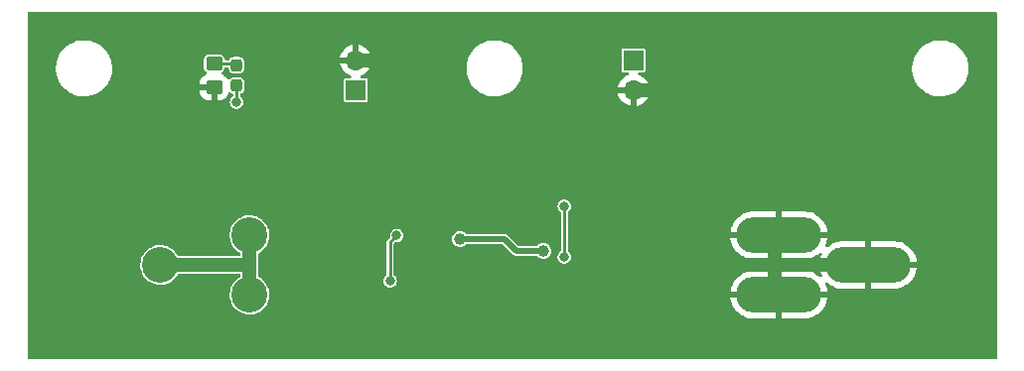
<source format=gbr>
%TF.GenerationSoftware,KiCad,Pcbnew,(6.0.9)*%
%TF.CreationDate,2023-07-03T10:30:08+02:00*%
%TF.ProjectId,ModuleBattery18650,4d6f6475-6c65-4426-9174-746572793138,rev?*%
%TF.SameCoordinates,Original*%
%TF.FileFunction,Copper,L2,Bot*%
%TF.FilePolarity,Positive*%
%FSLAX46Y46*%
G04 Gerber Fmt 4.6, Leading zero omitted, Abs format (unit mm)*
G04 Created by KiCad (PCBNEW (6.0.9)) date 2023-07-03 10:30:08*
%MOMM*%
%LPD*%
G01*
G04 APERTURE LIST*
G04 Aperture macros list*
%AMRoundRect*
0 Rectangle with rounded corners*
0 $1 Rounding radius*
0 $2 $3 $4 $5 $6 $7 $8 $9 X,Y pos of 4 corners*
0 Add a 4 corners polygon primitive as box body*
4,1,4,$2,$3,$4,$5,$6,$7,$8,$9,$2,$3,0*
0 Add four circle primitives for the rounded corners*
1,1,$1+$1,$2,$3*
1,1,$1+$1,$4,$5*
1,1,$1+$1,$6,$7*
1,1,$1+$1,$8,$9*
0 Add four rect primitives between the rounded corners*
20,1,$1+$1,$2,$3,$4,$5,0*
20,1,$1+$1,$4,$5,$6,$7,0*
20,1,$1+$1,$6,$7,$8,$9,0*
20,1,$1+$1,$8,$9,$2,$3,0*%
G04 Aperture macros list end*
%TA.AperFunction,ComponentPad*%
%ADD10R,1.700000X1.700000*%
%TD*%
%TA.AperFunction,ComponentPad*%
%ADD11O,1.700000X1.700000*%
%TD*%
%TA.AperFunction,SMDPad,CuDef*%
%ADD12RoundRect,0.250000X-0.450000X0.350000X-0.450000X-0.350000X0.450000X-0.350000X0.450000X0.350000X0*%
%TD*%
%TA.AperFunction,SMDPad,CuDef*%
%ADD13RoundRect,0.237500X0.237500X-0.287500X0.237500X0.287500X-0.237500X0.287500X-0.237500X-0.287500X0*%
%TD*%
%TA.AperFunction,ComponentPad*%
%ADD14C,3.048000*%
%TD*%
%TA.AperFunction,ComponentPad*%
%ADD15O,7.286000X3.048000*%
%TD*%
%TA.AperFunction,ViaPad*%
%ADD16C,1.000000*%
%TD*%
%TA.AperFunction,ViaPad*%
%ADD17C,0.800000*%
%TD*%
%TA.AperFunction,Conductor*%
%ADD18C,1.200000*%
%TD*%
%TA.AperFunction,Conductor*%
%ADD19C,0.500000*%
%TD*%
%TA.AperFunction,Conductor*%
%ADD20C,0.250000*%
%TD*%
G04 APERTURE END LIST*
D10*
%TO.P,J1,1,P1*%
%TO.N,/Vch*%
X137160000Y-102870000D03*
D11*
%TO.P,J1,2,P2*%
%TO.N,GND*%
X137160000Y-100330000D03*
%TD*%
D12*
%TO.P,R4,1*%
%TO.N,Net-(D1-Pad2)*%
X125095000Y-100600000D03*
%TO.P,R4,2*%
%TO.N,GND*%
X125095000Y-102600000D03*
%TD*%
D10*
%TO.P,J2,1,P1*%
%TO.N,/Vbat*%
X160840000Y-100330000D03*
D11*
%TO.P,J2,2,P2*%
%TO.N,GND*%
X160840000Y-102870000D03*
%TD*%
D13*
%TO.P,D1,1,A*%
%TO.N,Net-(D1-Pad1)*%
X127000000Y-102475000D03*
%TO.P,D1,2,K*%
%TO.N,Net-(D1-Pad2)*%
X127000000Y-100725000D03*
%TD*%
D14*
%TO.P,BT1,1,+*%
%TO.N,Net-(BT1-Pad1)*%
X120500000Y-117780000D03*
X128120000Y-115240000D03*
X128120000Y-120320000D03*
D15*
%TO.P,BT1,2,-*%
%TO.N,GND*%
X180859000Y-117780000D03*
X173239000Y-115240000D03*
X173239000Y-120320000D03*
%TD*%
D16*
%TO.N,GND*%
X135305800Y-113436400D03*
X164660000Y-119050000D03*
X164922200Y-113004600D03*
X146118000Y-120828000D03*
X156278000Y-120574000D03*
X139137500Y-112721500D03*
X143688000Y-112700000D03*
D17*
%TO.N,Net-(D1-Pad1)*%
X140665200Y-115265200D03*
X140106400Y-119151400D03*
X127000000Y-103886000D03*
%TO.N,Net-(R3-Pad2)*%
X154940000Y-112776000D03*
X154940000Y-117094000D03*
D16*
%TO.N,Net-(R2-Pad1)*%
X153162000Y-116586000D03*
X146050000Y-115570000D03*
%TD*%
D18*
%TO.N,Net-(BT1-Pad1)*%
X120500000Y-117780000D02*
X127940000Y-117780000D01*
X128120000Y-117600000D02*
X128120000Y-120320000D01*
X128120000Y-115240000D02*
X128120000Y-117600000D01*
X127940000Y-117780000D02*
X128120000Y-117600000D01*
%TO.N,GND*%
X166802000Y-110160000D02*
X166802000Y-112877400D01*
X145720000Y-121844000D02*
X139370000Y-121844000D01*
X137084000Y-112700000D02*
X143688000Y-112700000D01*
X172870000Y-117808000D02*
X172870000Y-120320000D01*
X156278000Y-120574000D02*
X156278000Y-121700000D01*
X137084000Y-113606000D02*
X137084000Y-118796000D01*
D19*
X135305800Y-113436400D02*
X136914400Y-113436400D01*
D18*
X164465000Y-102870000D02*
X160840000Y-102870000D01*
X166802000Y-110160000D02*
X166802000Y-105207000D01*
X137084000Y-119558000D02*
X139370000Y-121844000D01*
D19*
X164922200Y-113004600D02*
X166674800Y-113004600D01*
X125095000Y-102600000D02*
X125095000Y-104140000D01*
D18*
X166802000Y-114224000D02*
X166802000Y-117780000D01*
X139137500Y-105210500D02*
X139137500Y-101037500D01*
X166802000Y-117780000D02*
X161722000Y-117780000D01*
X166802000Y-105207000D02*
X164465000Y-102870000D01*
X137084000Y-112700000D02*
X137084000Y-113606000D01*
X161722000Y-117780000D02*
X157658000Y-121844000D01*
X139137500Y-112721500D02*
X139137500Y-105210500D01*
X146118000Y-121844000D02*
X145720000Y-121844000D01*
X172898000Y-117780000D02*
X166802000Y-117780000D01*
D19*
X125095000Y-104140000D02*
X126165500Y-105210500D01*
D18*
X156134000Y-121844000D02*
X146118000Y-121844000D01*
X164660000Y-119050000D02*
X164660000Y-117780000D01*
X166802000Y-112877400D02*
X166802000Y-114224000D01*
X180490000Y-117780000D02*
X172898000Y-117780000D01*
D19*
X136914400Y-113436400D02*
X137084000Y-113606000D01*
D18*
X146118000Y-120828000D02*
X146118000Y-121844000D01*
X172898000Y-117780000D02*
X172870000Y-117808000D01*
D19*
X166674800Y-113004600D02*
X166802000Y-112877400D01*
D18*
X157658000Y-121844000D02*
X156134000Y-121844000D01*
X172870000Y-115240000D02*
X172870000Y-117808000D01*
X156278000Y-121700000D02*
X156134000Y-121844000D01*
X137084000Y-118796000D02*
X137084000Y-119558000D01*
X139137500Y-101037500D02*
X138430000Y-100330000D01*
D19*
X126165500Y-105210500D02*
X139137500Y-105210500D01*
D18*
X138430000Y-100330000D02*
X137160000Y-100330000D01*
D20*
%TO.N,Net-(D1-Pad1)*%
X127000000Y-102475000D02*
X127000000Y-103886000D01*
X140106400Y-115824000D02*
X140665200Y-115265200D01*
X140106400Y-119151400D02*
X140106400Y-115824000D01*
%TO.N,Net-(D1-Pad2)*%
X125095000Y-100600000D02*
X126875000Y-100600000D01*
X126875000Y-100600000D02*
X127000000Y-100725000D01*
%TO.N,Net-(R3-Pad2)*%
X154940000Y-112776000D02*
X154940000Y-117094000D01*
D19*
%TO.N,Net-(R2-Pad1)*%
X149860000Y-115570000D02*
X150876000Y-116586000D01*
X150876000Y-116586000D02*
X153162000Y-116586000D01*
X146050000Y-115570000D02*
X149860000Y-115570000D01*
%TD*%
%TA.AperFunction,Conductor*%
%TO.N,GND*%
G36*
X191771621Y-96190502D02*
G01*
X191818114Y-96244158D01*
X191829500Y-96296500D01*
X191829500Y-125703500D01*
X191809498Y-125771621D01*
X191755842Y-125818114D01*
X191703500Y-125829500D01*
X109296500Y-125829500D01*
X109228379Y-125809498D01*
X109181886Y-125755842D01*
X109170500Y-125703500D01*
X109170500Y-117735519D01*
X118801331Y-117735519D01*
X118813415Y-117987087D01*
X118862550Y-118234105D01*
X118864129Y-118238503D01*
X118864131Y-118238510D01*
X118908989Y-118363449D01*
X118947657Y-118471148D01*
X118949874Y-118475274D01*
X119058135Y-118676757D01*
X119066866Y-118693007D01*
X119069661Y-118696750D01*
X119069663Y-118696753D01*
X119214767Y-118891071D01*
X119214772Y-118891077D01*
X119217559Y-118894809D01*
X119220868Y-118898089D01*
X119220873Y-118898095D01*
X119326328Y-119002633D01*
X119396425Y-119072121D01*
X119400187Y-119074879D01*
X119400190Y-119074882D01*
X119537649Y-119175671D01*
X119599534Y-119221047D01*
X119603665Y-119223221D01*
X119603666Y-119223221D01*
X119818290Y-119336140D01*
X119818296Y-119336142D01*
X119822425Y-119338315D01*
X119826832Y-119339854D01*
X119826839Y-119339857D01*
X120055785Y-119419808D01*
X120060201Y-119421350D01*
X120064794Y-119422222D01*
X120217988Y-119451307D01*
X120307639Y-119468328D01*
X120427341Y-119473031D01*
X120554635Y-119478033D01*
X120554640Y-119478033D01*
X120559303Y-119478216D01*
X120657543Y-119467457D01*
X120805011Y-119451307D01*
X120805016Y-119451306D01*
X120809664Y-119450797D01*
X120829157Y-119445665D01*
X121048699Y-119387864D01*
X121048701Y-119387863D01*
X121053222Y-119386673D01*
X121057519Y-119384827D01*
X121280333Y-119289099D01*
X121280335Y-119289098D01*
X121284627Y-119287254D01*
X121388103Y-119223221D01*
X121494822Y-119157182D01*
X121494826Y-119157179D01*
X121498795Y-119154723D01*
X121668972Y-119010658D01*
X121687454Y-118995012D01*
X121687456Y-118995010D01*
X121691021Y-118991992D01*
X121857082Y-118802635D01*
X121860627Y-118797125D01*
X121982059Y-118608337D01*
X122035733Y-118561866D01*
X122088030Y-118550500D01*
X127223500Y-118550500D01*
X127291621Y-118570502D01*
X127338114Y-118624158D01*
X127349500Y-118676500D01*
X127349500Y-118730792D01*
X127329498Y-118798913D01*
X127292586Y-118836163D01*
X127258460Y-118858537D01*
X127089475Y-118969328D01*
X127089470Y-118969332D01*
X127085562Y-118971894D01*
X126897661Y-119139601D01*
X126736613Y-119333240D01*
X126684082Y-119419808D01*
X126632476Y-119504853D01*
X126605956Y-119548556D01*
X126508560Y-119780820D01*
X126446564Y-120024928D01*
X126446096Y-120029579D01*
X126446095Y-120029583D01*
X126442428Y-120066000D01*
X126421331Y-120275519D01*
X126421555Y-120280185D01*
X126421555Y-120280190D01*
X126423619Y-120323160D01*
X126433415Y-120527087D01*
X126482550Y-120774105D01*
X126484129Y-120778503D01*
X126484131Y-120778510D01*
X126528174Y-120901178D01*
X126567657Y-121011148D01*
X126569874Y-121015274D01*
X126678135Y-121216757D01*
X126686866Y-121233007D01*
X126689661Y-121236750D01*
X126689663Y-121236753D01*
X126834767Y-121431071D01*
X126834772Y-121431077D01*
X126837559Y-121434809D01*
X126840868Y-121438089D01*
X126840873Y-121438095D01*
X126981349Y-121577350D01*
X127016425Y-121612121D01*
X127020187Y-121614879D01*
X127020190Y-121614882D01*
X127132433Y-121697182D01*
X127219534Y-121761047D01*
X127223665Y-121763221D01*
X127223666Y-121763221D01*
X127438290Y-121876140D01*
X127438296Y-121876142D01*
X127442425Y-121878315D01*
X127446832Y-121879854D01*
X127446839Y-121879857D01*
X127675785Y-121959808D01*
X127680201Y-121961350D01*
X127684794Y-121962222D01*
X127837988Y-121991307D01*
X127927639Y-122008328D01*
X128047341Y-122013031D01*
X128174635Y-122018033D01*
X128174640Y-122018033D01*
X128179303Y-122018216D01*
X128277543Y-122007457D01*
X128425011Y-121991307D01*
X128425016Y-121991306D01*
X128429664Y-121990797D01*
X128434188Y-121989606D01*
X128668699Y-121927864D01*
X128668701Y-121927863D01*
X128673222Y-121926673D01*
X128788037Y-121877345D01*
X128900333Y-121829099D01*
X128900335Y-121829098D01*
X128904627Y-121827254D01*
X129008103Y-121763221D01*
X129114822Y-121697182D01*
X129114826Y-121697179D01*
X129118795Y-121694723D01*
X129311021Y-121531992D01*
X129477082Y-121342635D01*
X129482296Y-121334530D01*
X129610803Y-121134743D01*
X129613331Y-121130813D01*
X129716774Y-120901178D01*
X129785138Y-120658776D01*
X129793525Y-120592845D01*
X169104763Y-120592845D01*
X169142781Y-120808458D01*
X169144902Y-120816965D01*
X169230001Y-121078871D01*
X169233293Y-121087018D01*
X169354012Y-121334530D01*
X169358397Y-121342126D01*
X169512392Y-121570433D01*
X169517797Y-121577350D01*
X169702059Y-121781994D01*
X169708379Y-121788097D01*
X169919333Y-121965109D01*
X169926436Y-121970269D01*
X170159980Y-122116204D01*
X170167714Y-122120316D01*
X170419304Y-122232331D01*
X170427545Y-122235330D01*
X170692265Y-122311237D01*
X170700845Y-122313061D01*
X170973557Y-122351388D01*
X170982306Y-122352000D01*
X172966885Y-122352000D01*
X172982124Y-122347525D01*
X172983329Y-122346135D01*
X172985000Y-122338452D01*
X172985000Y-122333885D01*
X173493000Y-122333885D01*
X173497475Y-122349124D01*
X173498865Y-122350329D01*
X173506548Y-122352000D01*
X175426765Y-122352000D01*
X175431147Y-122351847D01*
X175637102Y-122337445D01*
X175645791Y-122336224D01*
X175915167Y-122278967D01*
X175923592Y-122276551D01*
X176182374Y-122182361D01*
X176190394Y-122178790D01*
X176433533Y-122049512D01*
X176440989Y-122044853D01*
X176663771Y-121882992D01*
X176670501Y-121877345D01*
X176868596Y-121686048D01*
X176874467Y-121679526D01*
X177044010Y-121462521D01*
X177048916Y-121455248D01*
X177186608Y-121216757D01*
X177190457Y-121208865D01*
X177293616Y-120953539D01*
X177296332Y-120945181D01*
X177362952Y-120677984D01*
X177364476Y-120669342D01*
X177372603Y-120592015D01*
X177369923Y-120577364D01*
X177357603Y-120574000D01*
X173511115Y-120574000D01*
X173495876Y-120578475D01*
X173494671Y-120579865D01*
X173493000Y-120587548D01*
X173493000Y-122333885D01*
X172985000Y-122333885D01*
X172985000Y-120592115D01*
X172980525Y-120576876D01*
X172979135Y-120575671D01*
X172971452Y-120574000D01*
X169119555Y-120574000D01*
X169106686Y-120577779D01*
X169104763Y-120592845D01*
X129793525Y-120592845D01*
X129816922Y-120408932D01*
X129819251Y-120320000D01*
X129816293Y-120280190D01*
X129800932Y-120073487D01*
X129800931Y-120073483D01*
X129800586Y-120068835D01*
X129795868Y-120047985D01*
X169105397Y-120047985D01*
X169108077Y-120062636D01*
X169120397Y-120066000D01*
X172966885Y-120066000D01*
X172982124Y-120061525D01*
X172983329Y-120060135D01*
X172985000Y-120052452D01*
X172985000Y-120047885D01*
X173493000Y-120047885D01*
X173497475Y-120063124D01*
X173498865Y-120064329D01*
X173506548Y-120066000D01*
X177358445Y-120066000D01*
X177371314Y-120062221D01*
X177373237Y-120047155D01*
X177335219Y-119831542D01*
X177333098Y-119823035D01*
X177247999Y-119561129D01*
X177244707Y-119552982D01*
X177194880Y-119450821D01*
X177182996Y-119380826D01*
X177210840Y-119315517D01*
X177269572Y-119275630D01*
X177340546Y-119273828D01*
X177389119Y-119299064D01*
X177539333Y-119425109D01*
X177546436Y-119430269D01*
X177779980Y-119576204D01*
X177787714Y-119580316D01*
X178039304Y-119692331D01*
X178047545Y-119695330D01*
X178312265Y-119771237D01*
X178320845Y-119773061D01*
X178593557Y-119811388D01*
X178602306Y-119812000D01*
X180586885Y-119812000D01*
X180602124Y-119807525D01*
X180603329Y-119806135D01*
X180605000Y-119798452D01*
X180605000Y-119793885D01*
X181113000Y-119793885D01*
X181117475Y-119809124D01*
X181118865Y-119810329D01*
X181126548Y-119812000D01*
X183046765Y-119812000D01*
X183051147Y-119811847D01*
X183257102Y-119797445D01*
X183265791Y-119796224D01*
X183535167Y-119738967D01*
X183543592Y-119736551D01*
X183802374Y-119642361D01*
X183810394Y-119638790D01*
X184053533Y-119509512D01*
X184060989Y-119504853D01*
X184283771Y-119342992D01*
X184290501Y-119337345D01*
X184488596Y-119146048D01*
X184494467Y-119139526D01*
X184664010Y-118922521D01*
X184668916Y-118915248D01*
X184806608Y-118676757D01*
X184810457Y-118668865D01*
X184913616Y-118413539D01*
X184916332Y-118405181D01*
X184982952Y-118137984D01*
X184984476Y-118129342D01*
X184992603Y-118052015D01*
X184989923Y-118037364D01*
X184977603Y-118034000D01*
X181131115Y-118034000D01*
X181115876Y-118038475D01*
X181114671Y-118039865D01*
X181113000Y-118047548D01*
X181113000Y-119793885D01*
X180605000Y-119793885D01*
X180605000Y-118052115D01*
X180600525Y-118036876D01*
X180599135Y-118035671D01*
X180591452Y-118034000D01*
X176739555Y-118034000D01*
X176726686Y-118037779D01*
X176724763Y-118052845D01*
X176762781Y-118268458D01*
X176764902Y-118276965D01*
X176850001Y-118538871D01*
X176853293Y-118547018D01*
X176903120Y-118649179D01*
X176915004Y-118719174D01*
X176887160Y-118784483D01*
X176828428Y-118824370D01*
X176757454Y-118826172D01*
X176708881Y-118800936D01*
X176558667Y-118674891D01*
X176551564Y-118669731D01*
X176318020Y-118523796D01*
X176310286Y-118519684D01*
X176058696Y-118407669D01*
X176050455Y-118404670D01*
X175785735Y-118328763D01*
X175777155Y-118326939D01*
X175504443Y-118288612D01*
X175495694Y-118288000D01*
X173511115Y-118288000D01*
X173495876Y-118292475D01*
X173494671Y-118293865D01*
X173493000Y-118301548D01*
X173493000Y-120047885D01*
X172985000Y-120047885D01*
X172985000Y-118306115D01*
X172980525Y-118290876D01*
X172979135Y-118289671D01*
X172971452Y-118288000D01*
X171051235Y-118288000D01*
X171046853Y-118288153D01*
X170840898Y-118302555D01*
X170832209Y-118303776D01*
X170562833Y-118361033D01*
X170554408Y-118363449D01*
X170295626Y-118457639D01*
X170287606Y-118461210D01*
X170044467Y-118590488D01*
X170037011Y-118595147D01*
X169814229Y-118757008D01*
X169807499Y-118762655D01*
X169609404Y-118953952D01*
X169603533Y-118960474D01*
X169433990Y-119177479D01*
X169429084Y-119184752D01*
X169291392Y-119423243D01*
X169287543Y-119431135D01*
X169184384Y-119686461D01*
X169181668Y-119694819D01*
X169115048Y-119962016D01*
X169113524Y-119970658D01*
X169105397Y-120047985D01*
X129795868Y-120047985D01*
X129745002Y-119823187D01*
X129739533Y-119809124D01*
X129655412Y-119592807D01*
X129655411Y-119592805D01*
X129653719Y-119588454D01*
X129630916Y-119548556D01*
X129572108Y-119445665D01*
X129528743Y-119369791D01*
X129372819Y-119172003D01*
X129350917Y-119151400D01*
X139530977Y-119151400D01*
X139532055Y-119159588D01*
X139548863Y-119287254D01*
X139550584Y-119300330D01*
X139608069Y-119439111D01*
X139699514Y-119558286D01*
X139818688Y-119649731D01*
X139888079Y-119678474D01*
X139949840Y-119704056D01*
X139949843Y-119704057D01*
X139957470Y-119707216D01*
X140106400Y-119726823D01*
X140114588Y-119725745D01*
X140247142Y-119708294D01*
X140255330Y-119707216D01*
X140262957Y-119704057D01*
X140262960Y-119704056D01*
X140324721Y-119678474D01*
X140394112Y-119649731D01*
X140513286Y-119558286D01*
X140604731Y-119439111D01*
X140662216Y-119300330D01*
X140663938Y-119287254D01*
X140680745Y-119159588D01*
X140681823Y-119151400D01*
X140662216Y-119002470D01*
X140656420Y-118988476D01*
X140607892Y-118871321D01*
X140604731Y-118863689D01*
X140513286Y-118744514D01*
X140451196Y-118696871D01*
X140409329Y-118639533D01*
X140401900Y-118596908D01*
X140401900Y-115998590D01*
X140421902Y-115930469D01*
X140438805Y-115909495D01*
X140482065Y-115866235D01*
X140544377Y-115832209D01*
X140587606Y-115830408D01*
X140657011Y-115839545D01*
X140657012Y-115839545D01*
X140665200Y-115840623D01*
X140673388Y-115839545D01*
X140805942Y-115822094D01*
X140814130Y-115821016D01*
X140821757Y-115817857D01*
X140821760Y-115817856D01*
X140893611Y-115788094D01*
X140952912Y-115763531D01*
X141032831Y-115702207D01*
X141065535Y-115677113D01*
X141065536Y-115677112D01*
X141072086Y-115672086D01*
X141155846Y-115562927D01*
X145374612Y-115562927D01*
X145392420Y-115724234D01*
X145415367Y-115786939D01*
X145445580Y-115869501D01*
X145445582Y-115869505D01*
X145448192Y-115876637D01*
X145452429Y-115882943D01*
X145452431Y-115882946D01*
X145474576Y-115915901D01*
X145538707Y-116011337D01*
X145544325Y-116016449D01*
X145653118Y-116115444D01*
X145653122Y-116115447D01*
X145658739Y-116120558D01*
X145665412Y-116124181D01*
X145665416Y-116124184D01*
X145741512Y-116165500D01*
X145801359Y-116197994D01*
X145958334Y-116239176D01*
X146044250Y-116240526D01*
X146113004Y-116241606D01*
X146113007Y-116241606D01*
X146120601Y-116241725D01*
X146176392Y-116228947D01*
X146271389Y-116207190D01*
X146271393Y-116207189D01*
X146278792Y-116205494D01*
X146423774Y-116132576D01*
X146476885Y-116087215D01*
X146541403Y-116032112D01*
X146541406Y-116032109D01*
X146547178Y-116027179D01*
X146547774Y-116027877D01*
X146603062Y-115994609D01*
X146634976Y-115990500D01*
X149633633Y-115990500D01*
X149701754Y-116010502D01*
X149722728Y-116027405D01*
X150531566Y-116836243D01*
X150531567Y-116836245D01*
X150625755Y-116930433D01*
X150634595Y-116934937D01*
X150646771Y-116941141D01*
X150663631Y-116951472D01*
X150682717Y-116965339D01*
X150692145Y-116968402D01*
X150692148Y-116968404D01*
X150705154Y-116972630D01*
X150723417Y-116980194D01*
X150744438Y-116990905D01*
X150767733Y-116994594D01*
X150786961Y-116999211D01*
X150799963Y-117003436D01*
X150799969Y-117003437D01*
X150809399Y-117006501D01*
X150942601Y-117006501D01*
X150942603Y-117006500D01*
X152579062Y-117006500D01*
X152647183Y-117026502D01*
X152663862Y-117039307D01*
X152765118Y-117131444D01*
X152765122Y-117131447D01*
X152770739Y-117136558D01*
X152777412Y-117140181D01*
X152777416Y-117140184D01*
X152906686Y-117210371D01*
X152913359Y-117213994D01*
X153070334Y-117255176D01*
X153156250Y-117256526D01*
X153225004Y-117257606D01*
X153225007Y-117257606D01*
X153232601Y-117257725D01*
X153297199Y-117242930D01*
X153383389Y-117223190D01*
X153383393Y-117223189D01*
X153390792Y-117221494D01*
X153535774Y-117148576D01*
X153589885Y-117102361D01*
X153599675Y-117094000D01*
X154364577Y-117094000D01*
X154365655Y-117102188D01*
X154380375Y-117213994D01*
X154384184Y-117242930D01*
X154441669Y-117381711D01*
X154533114Y-117500886D01*
X154539664Y-117505912D01*
X154539665Y-117505913D01*
X154565843Y-117526000D01*
X154652288Y-117592331D01*
X154721679Y-117621073D01*
X154783440Y-117646656D01*
X154783443Y-117646657D01*
X154791070Y-117649816D01*
X154940000Y-117669423D01*
X154948188Y-117668345D01*
X155080742Y-117650894D01*
X155088930Y-117649816D01*
X155096557Y-117646657D01*
X155096560Y-117646656D01*
X155158321Y-117621073D01*
X155227712Y-117592331D01*
X155314157Y-117526000D01*
X155340335Y-117505913D01*
X155340336Y-117505912D01*
X155346886Y-117500886D01*
X155438331Y-117381711D01*
X155495816Y-117242930D01*
X155499626Y-117213994D01*
X155514345Y-117102188D01*
X155515423Y-117094000D01*
X155498484Y-116965339D01*
X155496894Y-116953258D01*
X155495816Y-116945070D01*
X155438331Y-116806289D01*
X155346886Y-116687114D01*
X155338980Y-116681047D01*
X155284796Y-116639471D01*
X155242929Y-116582133D01*
X155235500Y-116539508D01*
X155235500Y-115512845D01*
X169104763Y-115512845D01*
X169142781Y-115728458D01*
X169144902Y-115736965D01*
X169230001Y-115998871D01*
X169233293Y-116007018D01*
X169354012Y-116254530D01*
X169358397Y-116262126D01*
X169512392Y-116490433D01*
X169517797Y-116497350D01*
X169702059Y-116701994D01*
X169708379Y-116708097D01*
X169919333Y-116885109D01*
X169926436Y-116890269D01*
X170159980Y-117036204D01*
X170167714Y-117040316D01*
X170419304Y-117152331D01*
X170427545Y-117155330D01*
X170692265Y-117231237D01*
X170700845Y-117233061D01*
X170973557Y-117271388D01*
X170982306Y-117272000D01*
X172966885Y-117272000D01*
X172982124Y-117267525D01*
X172983329Y-117266135D01*
X172985000Y-117258452D01*
X172985000Y-117253885D01*
X173493000Y-117253885D01*
X173497475Y-117269124D01*
X173498865Y-117270329D01*
X173506548Y-117272000D01*
X175426765Y-117272000D01*
X175431147Y-117271847D01*
X175637102Y-117257445D01*
X175645791Y-117256224D01*
X175915167Y-117198967D01*
X175923592Y-117196551D01*
X176182374Y-117102361D01*
X176190394Y-117098790D01*
X176433533Y-116969512D01*
X176440989Y-116964853D01*
X176663771Y-116802992D01*
X176670501Y-116797345D01*
X176694921Y-116773762D01*
X176757817Y-116740829D01*
X176828534Y-116747128D01*
X176884619Y-116790660D01*
X176908266Y-116857603D01*
X176899274Y-116911598D01*
X176804385Y-117146456D01*
X176801668Y-117154819D01*
X176735048Y-117422016D01*
X176733524Y-117430658D01*
X176725397Y-117507985D01*
X176728077Y-117522636D01*
X176740397Y-117526000D01*
X180586885Y-117526000D01*
X180602124Y-117521525D01*
X180603329Y-117520135D01*
X180605000Y-117512452D01*
X180605000Y-117507885D01*
X181113000Y-117507885D01*
X181117475Y-117523124D01*
X181118865Y-117524329D01*
X181126548Y-117526000D01*
X184978445Y-117526000D01*
X184991314Y-117522221D01*
X184993237Y-117507155D01*
X184955219Y-117291542D01*
X184953098Y-117283035D01*
X184867999Y-117021129D01*
X184864707Y-117012982D01*
X184743988Y-116765470D01*
X184739603Y-116757874D01*
X184585608Y-116529567D01*
X184580203Y-116522650D01*
X184395941Y-116318006D01*
X184389621Y-116311903D01*
X184178667Y-116134891D01*
X184171564Y-116129731D01*
X183938020Y-115983796D01*
X183930286Y-115979684D01*
X183678696Y-115867669D01*
X183670455Y-115864670D01*
X183405735Y-115788763D01*
X183397155Y-115786939D01*
X183124443Y-115748612D01*
X183115694Y-115748000D01*
X181131115Y-115748000D01*
X181115876Y-115752475D01*
X181114671Y-115753865D01*
X181113000Y-115761548D01*
X181113000Y-117507885D01*
X180605000Y-117507885D01*
X180605000Y-115766115D01*
X180600525Y-115750876D01*
X180599135Y-115749671D01*
X180591452Y-115748000D01*
X178671235Y-115748000D01*
X178666853Y-115748153D01*
X178460898Y-115762555D01*
X178452209Y-115763776D01*
X178182833Y-115821033D01*
X178174408Y-115823449D01*
X177915626Y-115917639D01*
X177907606Y-115921210D01*
X177664467Y-116050488D01*
X177657011Y-116055147D01*
X177434229Y-116217008D01*
X177427499Y-116222655D01*
X177403079Y-116246238D01*
X177340183Y-116279171D01*
X177269466Y-116272872D01*
X177213381Y-116229340D01*
X177189734Y-116162397D01*
X177198726Y-116108402D01*
X177293615Y-115873544D01*
X177296332Y-115865181D01*
X177362952Y-115597984D01*
X177364476Y-115589342D01*
X177372603Y-115512015D01*
X177369923Y-115497364D01*
X177357603Y-115494000D01*
X173511115Y-115494000D01*
X173495876Y-115498475D01*
X173494671Y-115499865D01*
X173493000Y-115507548D01*
X173493000Y-117253885D01*
X172985000Y-117253885D01*
X172985000Y-115512115D01*
X172980525Y-115496876D01*
X172979135Y-115495671D01*
X172971452Y-115494000D01*
X169119555Y-115494000D01*
X169106686Y-115497779D01*
X169104763Y-115512845D01*
X155235500Y-115512845D01*
X155235500Y-114967985D01*
X169105397Y-114967985D01*
X169108077Y-114982636D01*
X169120397Y-114986000D01*
X172966885Y-114986000D01*
X172982124Y-114981525D01*
X172983329Y-114980135D01*
X172985000Y-114972452D01*
X172985000Y-114967885D01*
X173493000Y-114967885D01*
X173497475Y-114983124D01*
X173498865Y-114984329D01*
X173506548Y-114986000D01*
X177358445Y-114986000D01*
X177371314Y-114982221D01*
X177373237Y-114967155D01*
X177335219Y-114751542D01*
X177333098Y-114743035D01*
X177247999Y-114481129D01*
X177244707Y-114472982D01*
X177123988Y-114225470D01*
X177119603Y-114217874D01*
X176965608Y-113989567D01*
X176960203Y-113982650D01*
X176775941Y-113778006D01*
X176769621Y-113771903D01*
X176558667Y-113594891D01*
X176551564Y-113589731D01*
X176318020Y-113443796D01*
X176310286Y-113439684D01*
X176058696Y-113327669D01*
X176050455Y-113324670D01*
X175785735Y-113248763D01*
X175777155Y-113246939D01*
X175504443Y-113208612D01*
X175495694Y-113208000D01*
X173511115Y-113208000D01*
X173495876Y-113212475D01*
X173494671Y-113213865D01*
X173493000Y-113221548D01*
X173493000Y-114967885D01*
X172985000Y-114967885D01*
X172985000Y-113226115D01*
X172980525Y-113210876D01*
X172979135Y-113209671D01*
X172971452Y-113208000D01*
X171051235Y-113208000D01*
X171046853Y-113208153D01*
X170840898Y-113222555D01*
X170832209Y-113223776D01*
X170562833Y-113281033D01*
X170554408Y-113283449D01*
X170295626Y-113377639D01*
X170287606Y-113381210D01*
X170044467Y-113510488D01*
X170037011Y-113515147D01*
X169814229Y-113677008D01*
X169807499Y-113682655D01*
X169609404Y-113873952D01*
X169603533Y-113880474D01*
X169433990Y-114097479D01*
X169429084Y-114104752D01*
X169291392Y-114343243D01*
X169287543Y-114351135D01*
X169184384Y-114606461D01*
X169181668Y-114614819D01*
X169115048Y-114882016D01*
X169113524Y-114890658D01*
X169105397Y-114967985D01*
X155235500Y-114967985D01*
X155235500Y-113330492D01*
X155255502Y-113262371D01*
X155284796Y-113230529D01*
X155340335Y-113187913D01*
X155340336Y-113187912D01*
X155346886Y-113182886D01*
X155438331Y-113063711D01*
X155495816Y-112924930D01*
X155515423Y-112776000D01*
X155495816Y-112627070D01*
X155438331Y-112488289D01*
X155346886Y-112369114D01*
X155227712Y-112277669D01*
X155158321Y-112248926D01*
X155096560Y-112223344D01*
X155096557Y-112223343D01*
X155088930Y-112220184D01*
X154940000Y-112200577D01*
X154791070Y-112220184D01*
X154652289Y-112277669D01*
X154533114Y-112369114D01*
X154441669Y-112488289D01*
X154384184Y-112627070D01*
X154364577Y-112776000D01*
X154384184Y-112924930D01*
X154441669Y-113063711D01*
X154533114Y-113182886D01*
X154539664Y-113187912D01*
X154539665Y-113187913D01*
X154595204Y-113230529D01*
X154637071Y-113287867D01*
X154644500Y-113330492D01*
X154644500Y-116539509D01*
X154624498Y-116607630D01*
X154595203Y-116639472D01*
X154533114Y-116687114D01*
X154528088Y-116693664D01*
X154474563Y-116763420D01*
X154441669Y-116806289D01*
X154384184Y-116945070D01*
X154383106Y-116953258D01*
X154381516Y-116965339D01*
X154364577Y-117094000D01*
X153599675Y-117094000D01*
X153653404Y-117048111D01*
X153653406Y-117048108D01*
X153659178Y-117043179D01*
X153753879Y-116911388D01*
X153775501Y-116857603D01*
X153811577Y-116767861D01*
X153811578Y-116767859D01*
X153814410Y-116760813D01*
X153837277Y-116600145D01*
X153837425Y-116586000D01*
X153822109Y-116459434D01*
X153818841Y-116432432D01*
X153818841Y-116432431D01*
X153817928Y-116424889D01*
X153775235Y-116311903D01*
X153763249Y-116280183D01*
X153763248Y-116280181D01*
X153760564Y-116273078D01*
X153703686Y-116190320D01*
X153672946Y-116145592D01*
X153672945Y-116145590D01*
X153668644Y-116139333D01*
X153654745Y-116126949D01*
X153553145Y-116036428D01*
X153547474Y-116031375D01*
X153404051Y-115955436D01*
X153394098Y-115952936D01*
X153254024Y-115917752D01*
X153254021Y-115917752D01*
X153246653Y-115915901D01*
X153239054Y-115915861D01*
X153239052Y-115915861D01*
X153172042Y-115915510D01*
X153084369Y-115915051D01*
X153076989Y-115916823D01*
X153076987Y-115916823D01*
X152933945Y-115951164D01*
X152933941Y-115951165D01*
X152926566Y-115952936D01*
X152782355Y-116027369D01*
X152776633Y-116032361D01*
X152776631Y-116032362D01*
X152678597Y-116117882D01*
X152660061Y-116134052D01*
X152657894Y-116131568D01*
X152610143Y-116161029D01*
X152576875Y-116165500D01*
X151102367Y-116165500D01*
X151034246Y-116145498D01*
X151013272Y-116128595D01*
X150204434Y-115319757D01*
X150204433Y-115319755D01*
X150110245Y-115225567D01*
X150089229Y-115214859D01*
X150072369Y-115204528D01*
X150061302Y-115196487D01*
X150061301Y-115196486D01*
X150053283Y-115190661D01*
X150043855Y-115187598D01*
X150043852Y-115187596D01*
X150030846Y-115183370D01*
X150012583Y-115175806D01*
X149991562Y-115165095D01*
X149968267Y-115161406D01*
X149949039Y-115156789D01*
X149936037Y-115152564D01*
X149936031Y-115152563D01*
X149926601Y-115149499D01*
X149793399Y-115149499D01*
X149793397Y-115149500D01*
X146634003Y-115149500D01*
X146565882Y-115129498D01*
X146550184Y-115117577D01*
X146441145Y-115020428D01*
X146435474Y-115015375D01*
X146292051Y-114939436D01*
X146282098Y-114936936D01*
X146142024Y-114901752D01*
X146142021Y-114901752D01*
X146134653Y-114899901D01*
X146127054Y-114899861D01*
X146127052Y-114899861D01*
X146060042Y-114899510D01*
X145972369Y-114899051D01*
X145964989Y-114900823D01*
X145964987Y-114900823D01*
X145821945Y-114935164D01*
X145821941Y-114935165D01*
X145814566Y-114936936D01*
X145670355Y-115011369D01*
X145548061Y-115118052D01*
X145454746Y-115250827D01*
X145395795Y-115402029D01*
X145394804Y-115409556D01*
X145375931Y-115552911D01*
X145374612Y-115562927D01*
X141155846Y-115562927D01*
X141163531Y-115552911D01*
X141221016Y-115414130D01*
X141240623Y-115265200D01*
X141225391Y-115149499D01*
X141222094Y-115124458D01*
X141221016Y-115116270D01*
X141163531Y-114977489D01*
X141072086Y-114858314D01*
X140952912Y-114766869D01*
X140883521Y-114738127D01*
X140821760Y-114712544D01*
X140821757Y-114712543D01*
X140814130Y-114709384D01*
X140665200Y-114689777D01*
X140516270Y-114709384D01*
X140377489Y-114766869D01*
X140258314Y-114858314D01*
X140166869Y-114977489D01*
X140109384Y-115116270D01*
X140108306Y-115124458D01*
X140105009Y-115149499D01*
X140089777Y-115265200D01*
X140090855Y-115273388D01*
X140090855Y-115273389D01*
X140099992Y-115342792D01*
X140089053Y-115412941D01*
X140064165Y-115448333D01*
X139933801Y-115578697D01*
X139931888Y-115580348D01*
X139927163Y-115582658D01*
X139919251Y-115591187D01*
X139919250Y-115591188D01*
X139894440Y-115617934D01*
X139891160Y-115621339D01*
X139878014Y-115634485D01*
X139875322Y-115638409D01*
X139873116Y-115640921D01*
X139852298Y-115663364D01*
X139847989Y-115674165D01*
X139845166Y-115678630D01*
X139840275Y-115687789D01*
X139838136Y-115692616D01*
X139831557Y-115702207D01*
X139825994Y-115725650D01*
X139820434Y-115743232D01*
X139811506Y-115765609D01*
X139810900Y-115771790D01*
X139810900Y-115774871D01*
X139810750Y-115777942D01*
X139810500Y-115777930D01*
X139809310Y-115788094D01*
X139808826Y-115797996D01*
X139806140Y-115809315D01*
X139807709Y-115820844D01*
X139809749Y-115835834D01*
X139810900Y-115852825D01*
X139810900Y-118596909D01*
X139790898Y-118665030D01*
X139761603Y-118696872D01*
X139699514Y-118744514D01*
X139608069Y-118863689D01*
X139604908Y-118871321D01*
X139556381Y-118988476D01*
X139550584Y-119002470D01*
X139530977Y-119151400D01*
X129350917Y-119151400D01*
X129289381Y-119093512D01*
X129192774Y-119002633D01*
X129192771Y-119002631D01*
X129189373Y-118999434D01*
X129068019Y-118915248D01*
X128986271Y-118858537D01*
X128986270Y-118858536D01*
X128982435Y-118855876D01*
X128960772Y-118845193D01*
X128908523Y-118797125D01*
X128890500Y-118732187D01*
X128890500Y-117613593D01*
X128890501Y-117613153D01*
X128890818Y-117522221D01*
X128890839Y-117516260D01*
X128890583Y-117515112D01*
X128890500Y-117513588D01*
X128890500Y-116826198D01*
X128910502Y-116758077D01*
X128950193Y-116719057D01*
X129118795Y-116614723D01*
X129265613Y-116490433D01*
X129307454Y-116455012D01*
X129307456Y-116455010D01*
X129311021Y-116451992D01*
X129477082Y-116262635D01*
X129482296Y-116254530D01*
X129610803Y-116054743D01*
X129613331Y-116050813D01*
X129716774Y-115821178D01*
X129785138Y-115578776D01*
X129816922Y-115328932D01*
X129817163Y-115319757D01*
X129819168Y-115243160D01*
X129819251Y-115240000D01*
X129816017Y-115196487D01*
X129800932Y-114993487D01*
X129800931Y-114993483D01*
X129800586Y-114988835D01*
X129745002Y-114743187D01*
X129731857Y-114709384D01*
X129655412Y-114512807D01*
X129655411Y-114512805D01*
X129653719Y-114508454D01*
X129630916Y-114468556D01*
X129531062Y-114293849D01*
X129528743Y-114289791D01*
X129372819Y-114092003D01*
X129289381Y-114013512D01*
X129192774Y-113922633D01*
X129192771Y-113922631D01*
X129189373Y-113919434D01*
X129123811Y-113873952D01*
X128986267Y-113778534D01*
X128986264Y-113778532D01*
X128982435Y-113775876D01*
X128978258Y-113773816D01*
X128978251Y-113773812D01*
X128760737Y-113666546D01*
X128760733Y-113666545D01*
X128756551Y-113664482D01*
X128516682Y-113587699D01*
X128380761Y-113565563D01*
X128272711Y-113547966D01*
X128272710Y-113547966D01*
X128268099Y-113547215D01*
X128138638Y-113545520D01*
X128020939Y-113543979D01*
X128020936Y-113543979D01*
X128016263Y-113543918D01*
X127870723Y-113563726D01*
X127771340Y-113577251D01*
X127771336Y-113577252D01*
X127766706Y-113577882D01*
X127524910Y-113648359D01*
X127520657Y-113650319D01*
X127520656Y-113650320D01*
X127485459Y-113666546D01*
X127296187Y-113753802D01*
X127248463Y-113785091D01*
X127089475Y-113889328D01*
X127089470Y-113889332D01*
X127085562Y-113891894D01*
X126897661Y-114059601D01*
X126736613Y-114253240D01*
X126605956Y-114468556D01*
X126508560Y-114700820D01*
X126446564Y-114944928D01*
X126446096Y-114949579D01*
X126446095Y-114949583D01*
X126439874Y-115011369D01*
X126421331Y-115195519D01*
X126421555Y-115200185D01*
X126421555Y-115200190D01*
X126424285Y-115257012D01*
X126433415Y-115447087D01*
X126446330Y-115512015D01*
X126481294Y-115687789D01*
X126482550Y-115694105D01*
X126484129Y-115698503D01*
X126484131Y-115698510D01*
X126550351Y-115882946D01*
X126567657Y-115931148D01*
X126569874Y-115935274D01*
X126679519Y-116139333D01*
X126686866Y-116153007D01*
X126689661Y-116156750D01*
X126689663Y-116156753D01*
X126834767Y-116351071D01*
X126834772Y-116351077D01*
X126837559Y-116354809D01*
X126840868Y-116358089D01*
X126840873Y-116358095D01*
X126981349Y-116497350D01*
X127016425Y-116532121D01*
X127020187Y-116534879D01*
X127020190Y-116534882D01*
X127162833Y-116639472D01*
X127219534Y-116681047D01*
X127223667Y-116683221D01*
X127223671Y-116683224D01*
X127282168Y-116714001D01*
X127333140Y-116763420D01*
X127349500Y-116825509D01*
X127349500Y-116883500D01*
X127329498Y-116951621D01*
X127275842Y-116998114D01*
X127223500Y-117009500D01*
X122084568Y-117009500D01*
X122016447Y-116989498D01*
X121975175Y-116946023D01*
X121924639Y-116857603D01*
X121908743Y-116829791D01*
X121752819Y-116632003D01*
X121654494Y-116539508D01*
X121572774Y-116462633D01*
X121572771Y-116462631D01*
X121569373Y-116459434D01*
X121509332Y-116417782D01*
X121366267Y-116318534D01*
X121366264Y-116318532D01*
X121362435Y-116315876D01*
X121358258Y-116313816D01*
X121358251Y-116313812D01*
X121140737Y-116206546D01*
X121140733Y-116206545D01*
X121136551Y-116204482D01*
X120896682Y-116127699D01*
X120760761Y-116105563D01*
X120652711Y-116087966D01*
X120652710Y-116087966D01*
X120648099Y-116087215D01*
X120518638Y-116085520D01*
X120400939Y-116083979D01*
X120400936Y-116083979D01*
X120396263Y-116083918D01*
X120250723Y-116103726D01*
X120151340Y-116117251D01*
X120151336Y-116117252D01*
X120146706Y-116117882D01*
X119904910Y-116188359D01*
X119900657Y-116190319D01*
X119900656Y-116190320D01*
X119851547Y-116212960D01*
X119676187Y-116293802D01*
X119628463Y-116325091D01*
X119469475Y-116429328D01*
X119469470Y-116429332D01*
X119465562Y-116431894D01*
X119437685Y-116456775D01*
X119288284Y-116590120D01*
X119277661Y-116599601D01*
X119116613Y-116793240D01*
X119091971Y-116833849D01*
X118989063Y-117003436D01*
X118985956Y-117008556D01*
X118888560Y-117240820D01*
X118826564Y-117484928D01*
X118826096Y-117489579D01*
X118826095Y-117489583D01*
X118822428Y-117526000D01*
X118801331Y-117735519D01*
X109170500Y-117735519D01*
X109170500Y-100899271D01*
X111596668Y-100899271D01*
X111596755Y-100903273D01*
X111596755Y-100903280D01*
X111603235Y-101200245D01*
X111603349Y-101205465D01*
X111648883Y-101508330D01*
X111649979Y-101512190D01*
X111649980Y-101512195D01*
X111682112Y-101625368D01*
X111732531Y-101802953D01*
X111852937Y-102084560D01*
X112008149Y-102348585D01*
X112195651Y-102590747D01*
X112412404Y-102807122D01*
X112415585Y-102809576D01*
X112415586Y-102809577D01*
X112651701Y-102991739D01*
X112651705Y-102991742D01*
X112654894Y-102994202D01*
X112673858Y-103005306D01*
X112907511Y-103142115D01*
X112919189Y-103148953D01*
X112922874Y-103150521D01*
X112922878Y-103150523D01*
X112942319Y-103158795D01*
X113201006Y-103268867D01*
X113495775Y-103352001D01*
X113716338Y-103384768D01*
X113795419Y-103396516D01*
X113795421Y-103396516D01*
X113798718Y-103397006D01*
X113802049Y-103397146D01*
X113802053Y-103397146D01*
X113838737Y-103398683D01*
X113882084Y-103400500D01*
X114077474Y-103400500D01*
X114200915Y-103392626D01*
X114301639Y-103386201D01*
X114301644Y-103386200D01*
X114305647Y-103385945D01*
X114309584Y-103385183D01*
X114309586Y-103385183D01*
X114602401Y-103328530D01*
X114602405Y-103328529D01*
X114606338Y-103327768D01*
X114897200Y-103231856D01*
X115173518Y-103099763D01*
X115332523Y-102997095D01*
X123887001Y-102997095D01*
X123887338Y-103003614D01*
X123897257Y-103099206D01*
X123900149Y-103112600D01*
X123951588Y-103266784D01*
X123957761Y-103279962D01*
X124043063Y-103417807D01*
X124052099Y-103429208D01*
X124166829Y-103543739D01*
X124178240Y-103552751D01*
X124316243Y-103637816D01*
X124329424Y-103643963D01*
X124483710Y-103695138D01*
X124497086Y-103698005D01*
X124591438Y-103707672D01*
X124597854Y-103708000D01*
X124822885Y-103708000D01*
X124838124Y-103703525D01*
X124839329Y-103702135D01*
X124841000Y-103694452D01*
X124841000Y-102872115D01*
X124836525Y-102856876D01*
X124835135Y-102855671D01*
X124827452Y-102854000D01*
X123905116Y-102854000D01*
X123889877Y-102858475D01*
X123888672Y-102859865D01*
X123887001Y-102867548D01*
X123887001Y-102997095D01*
X115332523Y-102997095D01*
X115430812Y-102933631D01*
X115664910Y-102736152D01*
X115872019Y-102510529D01*
X116001099Y-102327885D01*
X123887000Y-102327885D01*
X123891475Y-102343124D01*
X123892865Y-102344329D01*
X123900548Y-102346000D01*
X125223000Y-102346000D01*
X125291121Y-102366002D01*
X125337614Y-102419658D01*
X125349000Y-102472000D01*
X125349000Y-103689884D01*
X125353475Y-103705123D01*
X125354865Y-103706328D01*
X125362548Y-103707999D01*
X125592095Y-103707999D01*
X125598614Y-103707662D01*
X125694206Y-103697743D01*
X125707600Y-103694851D01*
X125861784Y-103643412D01*
X125874962Y-103637239D01*
X126012807Y-103551937D01*
X126024208Y-103542901D01*
X126138739Y-103428171D01*
X126147751Y-103416760D01*
X126232816Y-103278757D01*
X126238963Y-103265576D01*
X126286660Y-103121775D01*
X126327091Y-103063416D01*
X126392655Y-103036179D01*
X126462537Y-103048713D01*
X126495348Y-103072348D01*
X126519694Y-103096694D01*
X126528534Y-103101198D01*
X126528535Y-103101199D01*
X126634849Y-103155368D01*
X126633103Y-103158795D01*
X126676029Y-103188136D01*
X126703676Y-103253528D01*
X126704500Y-103267912D01*
X126704500Y-103331509D01*
X126684498Y-103399630D01*
X126655203Y-103431472D01*
X126593114Y-103479114D01*
X126501669Y-103598289D01*
X126444184Y-103737070D01*
X126424577Y-103886000D01*
X126444184Y-104034930D01*
X126501669Y-104173711D01*
X126593114Y-104292886D01*
X126712288Y-104384331D01*
X126781679Y-104413073D01*
X126843440Y-104438656D01*
X126843443Y-104438657D01*
X126851070Y-104441816D01*
X127000000Y-104461423D01*
X127008188Y-104460345D01*
X127140742Y-104442894D01*
X127148930Y-104441816D01*
X127156557Y-104438657D01*
X127156560Y-104438656D01*
X127218321Y-104413074D01*
X127287712Y-104384331D01*
X127406886Y-104292886D01*
X127498331Y-104173711D01*
X127555816Y-104034930D01*
X127575423Y-103886000D01*
X127555816Y-103737070D01*
X127498331Y-103598289D01*
X127406886Y-103479114D01*
X127344796Y-103431471D01*
X127302929Y-103374133D01*
X127295500Y-103331508D01*
X127295500Y-103267912D01*
X127315502Y-103199791D01*
X127365647Y-103156341D01*
X127365151Y-103155368D01*
X127369079Y-103153367D01*
X127369080Y-103153366D01*
X127426715Y-103124000D01*
X127471465Y-103101199D01*
X127471466Y-103101198D01*
X127480306Y-103096694D01*
X127571694Y-103005306D01*
X127630368Y-102890151D01*
X127645500Y-102794612D01*
X127645500Y-102155388D01*
X127630368Y-102059849D01*
X127625866Y-102051013D01*
X127576199Y-101953535D01*
X127576198Y-101953534D01*
X127571694Y-101944694D01*
X127480306Y-101853306D01*
X127471466Y-101848802D01*
X127471465Y-101848801D01*
X127373987Y-101799134D01*
X127373986Y-101799134D01*
X127365151Y-101794632D01*
X127269612Y-101779500D01*
X126730388Y-101779500D01*
X126634849Y-101794632D01*
X126626014Y-101799134D01*
X126626013Y-101799134D01*
X126528535Y-101848801D01*
X126528534Y-101848802D01*
X126519694Y-101853306D01*
X126429125Y-101943875D01*
X126366813Y-101977901D01*
X126295998Y-101972836D01*
X126239162Y-101930289D01*
X126232886Y-101921084D01*
X126146934Y-101782190D01*
X126137901Y-101770792D01*
X126023171Y-101656261D01*
X126011760Y-101647249D01*
X125873757Y-101562184D01*
X125860574Y-101556036D01*
X125796268Y-101534707D01*
X125737908Y-101494277D01*
X125710671Y-101428713D01*
X125723204Y-101358831D01*
X125771529Y-101306819D01*
X125778731Y-101302848D01*
X125786410Y-101298935D01*
X125786412Y-101298934D01*
X125795245Y-101294433D01*
X125889433Y-101200245D01*
X125925043Y-101130357D01*
X125945404Y-101090396D01*
X125945404Y-101090395D01*
X125949905Y-101081562D01*
X125962540Y-101001789D01*
X125992951Y-100937637D01*
X126053219Y-100900110D01*
X126086988Y-100895500D01*
X126228500Y-100895500D01*
X126296621Y-100915502D01*
X126343114Y-100969158D01*
X126354500Y-101021500D01*
X126354500Y-101044612D01*
X126369632Y-101140151D01*
X126374134Y-101148986D01*
X126374134Y-101148987D01*
X126401585Y-101202862D01*
X126428306Y-101255306D01*
X126519694Y-101346694D01*
X126528534Y-101351198D01*
X126528535Y-101351199D01*
X126566414Y-101370499D01*
X126634849Y-101405368D01*
X126730388Y-101420500D01*
X127269612Y-101420500D01*
X127365151Y-101405368D01*
X127433586Y-101370499D01*
X127471465Y-101351199D01*
X127471466Y-101351198D01*
X127480306Y-101346694D01*
X127571694Y-101255306D01*
X127598416Y-101202862D01*
X127625866Y-101148987D01*
X127625866Y-101148986D01*
X127630368Y-101140151D01*
X127645500Y-101044612D01*
X127645500Y-100597966D01*
X135828257Y-100597966D01*
X135858565Y-100732446D01*
X135861645Y-100742275D01*
X135941770Y-100939603D01*
X135946413Y-100948794D01*
X136057694Y-101130388D01*
X136063777Y-101138699D01*
X136203213Y-101299667D01*
X136210580Y-101306883D01*
X136374434Y-101442916D01*
X136382881Y-101448831D01*
X136566756Y-101556279D01*
X136576043Y-101560729D01*
X136694049Y-101605791D01*
X136750552Y-101648779D01*
X136774845Y-101715490D01*
X136759215Y-101784744D01*
X136708624Y-101834555D01*
X136649101Y-101849501D01*
X136293210Y-101849501D01*
X136243474Y-101859393D01*
X136233158Y-101866286D01*
X136233156Y-101866287D01*
X136202026Y-101887088D01*
X136187077Y-101897077D01*
X136149393Y-101953474D01*
X136139500Y-102003209D01*
X136139501Y-103736790D01*
X136149393Y-103786526D01*
X136187077Y-103842923D01*
X136243474Y-103880607D01*
X136293209Y-103890500D01*
X137159859Y-103890500D01*
X138026790Y-103890499D01*
X138076526Y-103880607D01*
X138086842Y-103873714D01*
X138086844Y-103873713D01*
X138122610Y-103849814D01*
X138132923Y-103842923D01*
X138170607Y-103786526D01*
X138180500Y-103736791D01*
X138180499Y-102003210D01*
X138170607Y-101953474D01*
X138132923Y-101897077D01*
X138076526Y-101859393D01*
X138026791Y-101849500D01*
X137679719Y-101849500D01*
X137611598Y-101829498D01*
X137565105Y-101775842D01*
X137555001Y-101705568D01*
X137584495Y-101640988D01*
X137643513Y-101602814D01*
X137652250Y-101600193D01*
X137661842Y-101596433D01*
X137853095Y-101502739D01*
X137861945Y-101497464D01*
X138035328Y-101373792D01*
X138043200Y-101367139D01*
X138194052Y-101216812D01*
X138200730Y-101208965D01*
X138325003Y-101036020D01*
X138330313Y-101027183D01*
X138393531Y-100899271D01*
X146596668Y-100899271D01*
X146596755Y-100903273D01*
X146596755Y-100903280D01*
X146603235Y-101200245D01*
X146603349Y-101205465D01*
X146648883Y-101508330D01*
X146649979Y-101512190D01*
X146649980Y-101512195D01*
X146682112Y-101625368D01*
X146732531Y-101802953D01*
X146852937Y-102084560D01*
X147008149Y-102348585D01*
X147195651Y-102590747D01*
X147412404Y-102807122D01*
X147415585Y-102809576D01*
X147415586Y-102809577D01*
X147651701Y-102991739D01*
X147651705Y-102991742D01*
X147654894Y-102994202D01*
X147673858Y-103005306D01*
X147907511Y-103142115D01*
X147919189Y-103148953D01*
X147922874Y-103150521D01*
X147922878Y-103150523D01*
X147942319Y-103158795D01*
X148201006Y-103268867D01*
X148495775Y-103352001D01*
X148716338Y-103384768D01*
X148795419Y-103396516D01*
X148795421Y-103396516D01*
X148798718Y-103397006D01*
X148802049Y-103397146D01*
X148802053Y-103397146D01*
X148838737Y-103398683D01*
X148882084Y-103400500D01*
X149077474Y-103400500D01*
X149200915Y-103392626D01*
X149301639Y-103386201D01*
X149301644Y-103386200D01*
X149305647Y-103385945D01*
X149309584Y-103385183D01*
X149309586Y-103385183D01*
X149602401Y-103328530D01*
X149602405Y-103328529D01*
X149606338Y-103327768D01*
X149897200Y-103231856D01*
X150093603Y-103137966D01*
X159508257Y-103137966D01*
X159538565Y-103272446D01*
X159541645Y-103282275D01*
X159621770Y-103479603D01*
X159626413Y-103488794D01*
X159737694Y-103670388D01*
X159743777Y-103678699D01*
X159883213Y-103839667D01*
X159890580Y-103846883D01*
X160054434Y-103982916D01*
X160062881Y-103988831D01*
X160246756Y-104096279D01*
X160256042Y-104100729D01*
X160455001Y-104176703D01*
X160464899Y-104179579D01*
X160568250Y-104200606D01*
X160582299Y-104199410D01*
X160586000Y-104189065D01*
X160586000Y-104188517D01*
X161094000Y-104188517D01*
X161098064Y-104202359D01*
X161111478Y-104204393D01*
X161118184Y-104203534D01*
X161128262Y-104201392D01*
X161332255Y-104140191D01*
X161341842Y-104136433D01*
X161533095Y-104042739D01*
X161541945Y-104037464D01*
X161715328Y-103913792D01*
X161723200Y-103907139D01*
X161874052Y-103756812D01*
X161880730Y-103748965D01*
X162005003Y-103576020D01*
X162010313Y-103567183D01*
X162104670Y-103376267D01*
X162108469Y-103366672D01*
X162170377Y-103162910D01*
X162172555Y-103152837D01*
X162173986Y-103141962D01*
X162171775Y-103127778D01*
X162158617Y-103124000D01*
X161112115Y-103124000D01*
X161096876Y-103128475D01*
X161095671Y-103129865D01*
X161094000Y-103137548D01*
X161094000Y-104188517D01*
X160586000Y-104188517D01*
X160586000Y-103142115D01*
X160581525Y-103126876D01*
X160580135Y-103125671D01*
X160572452Y-103124000D01*
X159523225Y-103124000D01*
X159509694Y-103127973D01*
X159508257Y-103137966D01*
X150093603Y-103137966D01*
X150173518Y-103099763D01*
X150430812Y-102933631D01*
X150664910Y-102736152D01*
X150786050Y-102604183D01*
X159504389Y-102604183D01*
X159505912Y-102612607D01*
X159518292Y-102616000D01*
X162158344Y-102616000D01*
X162171875Y-102612027D01*
X162173180Y-102602947D01*
X162131214Y-102435875D01*
X162127894Y-102426124D01*
X162042972Y-102230814D01*
X162038105Y-102221739D01*
X161922426Y-102042926D01*
X161916136Y-102034757D01*
X161772806Y-101877240D01*
X161765273Y-101870215D01*
X161598139Y-101738222D01*
X161589552Y-101732517D01*
X161403117Y-101629599D01*
X161393705Y-101625368D01*
X161308716Y-101595272D01*
X161251179Y-101553677D01*
X161225264Y-101487580D01*
X161239198Y-101417964D01*
X161288557Y-101366933D01*
X161350775Y-101350499D01*
X161706790Y-101350499D01*
X161756526Y-101340607D01*
X161766842Y-101333714D01*
X161766844Y-101333713D01*
X161802610Y-101309814D01*
X161812923Y-101302923D01*
X161850607Y-101246526D01*
X161860500Y-101196791D01*
X161860500Y-100899271D01*
X184596668Y-100899271D01*
X184596755Y-100903273D01*
X184596755Y-100903280D01*
X184603235Y-101200245D01*
X184603349Y-101205465D01*
X184648883Y-101508330D01*
X184649979Y-101512190D01*
X184649980Y-101512195D01*
X184682112Y-101625368D01*
X184732531Y-101802953D01*
X184852937Y-102084560D01*
X185008149Y-102348585D01*
X185195651Y-102590747D01*
X185412404Y-102807122D01*
X185415585Y-102809576D01*
X185415586Y-102809577D01*
X185651701Y-102991739D01*
X185651705Y-102991742D01*
X185654894Y-102994202D01*
X185673858Y-103005306D01*
X185907511Y-103142115D01*
X185919189Y-103148953D01*
X185922874Y-103150521D01*
X185922878Y-103150523D01*
X185942319Y-103158795D01*
X186201006Y-103268867D01*
X186495775Y-103352001D01*
X186716338Y-103384768D01*
X186795419Y-103396516D01*
X186795421Y-103396516D01*
X186798718Y-103397006D01*
X186802049Y-103397146D01*
X186802053Y-103397146D01*
X186838737Y-103398683D01*
X186882084Y-103400500D01*
X187077474Y-103400500D01*
X187200915Y-103392626D01*
X187301639Y-103386201D01*
X187301644Y-103386200D01*
X187305647Y-103385945D01*
X187309584Y-103385183D01*
X187309586Y-103385183D01*
X187602401Y-103328530D01*
X187602405Y-103328529D01*
X187606338Y-103327768D01*
X187897200Y-103231856D01*
X188173518Y-103099763D01*
X188430812Y-102933631D01*
X188664910Y-102736152D01*
X188872019Y-102510529D01*
X189048780Y-102260418D01*
X189192328Y-101989874D01*
X189198749Y-101972836D01*
X189298919Y-101707044D01*
X189298921Y-101707038D01*
X189300336Y-101703283D01*
X189323472Y-101605791D01*
X189370124Y-101409207D01*
X189370125Y-101409202D01*
X189371053Y-101405291D01*
X189403332Y-101100729D01*
X189402701Y-101071770D01*
X189396739Y-100798552D01*
X189396739Y-100798547D01*
X189396651Y-100794535D01*
X189351117Y-100491670D01*
X189328027Y-100410341D01*
X189299495Y-100309849D01*
X189267469Y-100197047D01*
X189147063Y-99915440D01*
X188991851Y-99651415D01*
X188804349Y-99409253D01*
X188587596Y-99192878D01*
X188584414Y-99190423D01*
X188348299Y-99008261D01*
X188348295Y-99008258D01*
X188345106Y-99005798D01*
X188168538Y-98902413D01*
X188084275Y-98853075D01*
X188084272Y-98853073D01*
X188080811Y-98851047D01*
X188077126Y-98849479D01*
X188077122Y-98849477D01*
X187890051Y-98769878D01*
X187798994Y-98731133D01*
X187504225Y-98647999D01*
X187274014Y-98613799D01*
X187204581Y-98603484D01*
X187204579Y-98603484D01*
X187201282Y-98602994D01*
X187197951Y-98602854D01*
X187197947Y-98602854D01*
X187161263Y-98601317D01*
X187117916Y-98599500D01*
X186922526Y-98599500D01*
X186799085Y-98607374D01*
X186698361Y-98613799D01*
X186698356Y-98613800D01*
X186694353Y-98614055D01*
X186690416Y-98614817D01*
X186690414Y-98614817D01*
X186397599Y-98671470D01*
X186397595Y-98671471D01*
X186393662Y-98672232D01*
X186102800Y-98768144D01*
X185826482Y-98900237D01*
X185569188Y-99066369D01*
X185566123Y-99068954D01*
X185566121Y-99068956D01*
X185557523Y-99076209D01*
X185335090Y-99263848D01*
X185127981Y-99489471D01*
X184951220Y-99739582D01*
X184807672Y-100010126D01*
X184806257Y-100013882D01*
X184806256Y-100013883D01*
X184727877Y-100221857D01*
X184699664Y-100296717D01*
X184698735Y-100300632D01*
X184630546Y-100587973D01*
X184628947Y-100594709D01*
X184596668Y-100899271D01*
X161860500Y-100899271D01*
X161860499Y-99463210D01*
X161850607Y-99413474D01*
X161812923Y-99357077D01*
X161756526Y-99319393D01*
X161706791Y-99309500D01*
X160840141Y-99309500D01*
X159973210Y-99309501D01*
X159923474Y-99319393D01*
X159913158Y-99326286D01*
X159913156Y-99326287D01*
X159882026Y-99347088D01*
X159867077Y-99357077D01*
X159829393Y-99413474D01*
X159819500Y-99463209D01*
X159819501Y-101196790D01*
X159829393Y-101246526D01*
X159867077Y-101302923D01*
X159923474Y-101340607D01*
X159973209Y-101350500D01*
X160326513Y-101350500D01*
X160394634Y-101370502D01*
X160441127Y-101424158D01*
X160451231Y-101494432D01*
X160421737Y-101559012D01*
X160365657Y-101596265D01*
X160316871Y-101612210D01*
X160307359Y-101616209D01*
X160118463Y-101714542D01*
X160109738Y-101720036D01*
X159939433Y-101847905D01*
X159931726Y-101854748D01*
X159784590Y-102008717D01*
X159778104Y-102016727D01*
X159658098Y-102192649D01*
X159653000Y-102201623D01*
X159563338Y-102394783D01*
X159559775Y-102404470D01*
X159504389Y-102604183D01*
X150786050Y-102604183D01*
X150872019Y-102510529D01*
X151048780Y-102260418D01*
X151192328Y-101989874D01*
X151198749Y-101972836D01*
X151298919Y-101707044D01*
X151298921Y-101707038D01*
X151300336Y-101703283D01*
X151323472Y-101605791D01*
X151370124Y-101409207D01*
X151370125Y-101409202D01*
X151371053Y-101405291D01*
X151403332Y-101100729D01*
X151402701Y-101071770D01*
X151396739Y-100798552D01*
X151396739Y-100798547D01*
X151396651Y-100794535D01*
X151351117Y-100491670D01*
X151328027Y-100410341D01*
X151299495Y-100309849D01*
X151267469Y-100197047D01*
X151147063Y-99915440D01*
X150991851Y-99651415D01*
X150804349Y-99409253D01*
X150587596Y-99192878D01*
X150584414Y-99190423D01*
X150348299Y-99008261D01*
X150348295Y-99008258D01*
X150345106Y-99005798D01*
X150168538Y-98902413D01*
X150084275Y-98853075D01*
X150084272Y-98853073D01*
X150080811Y-98851047D01*
X150077126Y-98849479D01*
X150077122Y-98849477D01*
X149890051Y-98769878D01*
X149798994Y-98731133D01*
X149504225Y-98647999D01*
X149274014Y-98613799D01*
X149204581Y-98603484D01*
X149204579Y-98603484D01*
X149201282Y-98602994D01*
X149197951Y-98602854D01*
X149197947Y-98602854D01*
X149161263Y-98601317D01*
X149117916Y-98599500D01*
X148922526Y-98599500D01*
X148799085Y-98607374D01*
X148698361Y-98613799D01*
X148698356Y-98613800D01*
X148694353Y-98614055D01*
X148690416Y-98614817D01*
X148690414Y-98614817D01*
X148397599Y-98671470D01*
X148397595Y-98671471D01*
X148393662Y-98672232D01*
X148102800Y-98768144D01*
X147826482Y-98900237D01*
X147569188Y-99066369D01*
X147566123Y-99068954D01*
X147566121Y-99068956D01*
X147557523Y-99076209D01*
X147335090Y-99263848D01*
X147127981Y-99489471D01*
X146951220Y-99739582D01*
X146807672Y-100010126D01*
X146806257Y-100013882D01*
X146806256Y-100013883D01*
X146727877Y-100221857D01*
X146699664Y-100296717D01*
X146698735Y-100300632D01*
X146630546Y-100587973D01*
X146628947Y-100594709D01*
X146596668Y-100899271D01*
X138393531Y-100899271D01*
X138424670Y-100836267D01*
X138428469Y-100826672D01*
X138490377Y-100622910D01*
X138492555Y-100612837D01*
X138493986Y-100601962D01*
X138491775Y-100587778D01*
X138478617Y-100584000D01*
X135843225Y-100584000D01*
X135829694Y-100587973D01*
X135828257Y-100597966D01*
X127645500Y-100597966D01*
X127645500Y-100405388D01*
X127630368Y-100309849D01*
X127585534Y-100221857D01*
X127576199Y-100203535D01*
X127576198Y-100203534D01*
X127571694Y-100194694D01*
X127480306Y-100103306D01*
X127471466Y-100098802D01*
X127471465Y-100098801D01*
X127403523Y-100064183D01*
X135824389Y-100064183D01*
X135825912Y-100072607D01*
X135838292Y-100076000D01*
X136887885Y-100076000D01*
X136903124Y-100071525D01*
X136904329Y-100070135D01*
X136906000Y-100062452D01*
X136906000Y-100057885D01*
X137414000Y-100057885D01*
X137418475Y-100073124D01*
X137419865Y-100074329D01*
X137427548Y-100076000D01*
X138478344Y-100076000D01*
X138491875Y-100072027D01*
X138493180Y-100062947D01*
X138451214Y-99895875D01*
X138447894Y-99886124D01*
X138362972Y-99690814D01*
X138358105Y-99681739D01*
X138242426Y-99502926D01*
X138236136Y-99494757D01*
X138092806Y-99337240D01*
X138085273Y-99330215D01*
X137918139Y-99198222D01*
X137909552Y-99192517D01*
X137723117Y-99089599D01*
X137713705Y-99085369D01*
X137512959Y-99014280D01*
X137502988Y-99011646D01*
X137431837Y-98998972D01*
X137418540Y-99000432D01*
X137414000Y-99014989D01*
X137414000Y-100057885D01*
X136906000Y-100057885D01*
X136906000Y-99013102D01*
X136902082Y-98999758D01*
X136887806Y-98997771D01*
X136849324Y-99003660D01*
X136839288Y-99006051D01*
X136636868Y-99072212D01*
X136627359Y-99076209D01*
X136438463Y-99174542D01*
X136429738Y-99180036D01*
X136259433Y-99307905D01*
X136251726Y-99314748D01*
X136104590Y-99468717D01*
X136098104Y-99476727D01*
X135978098Y-99652649D01*
X135973000Y-99661623D01*
X135883338Y-99854783D01*
X135879775Y-99864470D01*
X135824389Y-100064183D01*
X127403523Y-100064183D01*
X127373987Y-100049134D01*
X127373986Y-100049134D01*
X127365151Y-100044632D01*
X127269612Y-100029500D01*
X126730388Y-100029500D01*
X126634849Y-100044632D01*
X126626014Y-100049134D01*
X126626013Y-100049134D01*
X126528535Y-100098801D01*
X126528534Y-100098802D01*
X126519694Y-100103306D01*
X126428306Y-100194694D01*
X126416990Y-100216904D01*
X126407411Y-100235703D01*
X126358663Y-100287318D01*
X126295144Y-100304500D01*
X126086987Y-100304500D01*
X126018866Y-100284498D01*
X125972373Y-100230842D01*
X125962538Y-100198208D01*
X125951457Y-100128236D01*
X125951456Y-100128234D01*
X125949905Y-100118438D01*
X125939900Y-100098801D01*
X125904589Y-100029500D01*
X125889433Y-99999755D01*
X125795245Y-99905567D01*
X125676562Y-99845095D01*
X125578097Y-99829500D01*
X125095049Y-99829500D01*
X124611904Y-99829501D01*
X124607011Y-99830276D01*
X124607010Y-99830276D01*
X124523235Y-99843543D01*
X124523232Y-99843544D01*
X124513438Y-99845095D01*
X124394755Y-99905567D01*
X124300567Y-99999755D01*
X124285411Y-100029500D01*
X124250101Y-100098801D01*
X124240095Y-100118438D01*
X124224500Y-100216903D01*
X124224501Y-100983096D01*
X124225276Y-100987989D01*
X124225276Y-100987990D01*
X124235018Y-101049502D01*
X124240095Y-101081562D01*
X124244598Y-101090399D01*
X124244598Y-101090400D01*
X124264957Y-101130357D01*
X124300567Y-101200245D01*
X124394755Y-101294433D01*
X124403586Y-101298933D01*
X124403588Y-101298934D01*
X124411297Y-101302862D01*
X124462911Y-101351612D01*
X124479976Y-101420527D01*
X124457074Y-101487728D01*
X124401475Y-101531879D01*
X124393967Y-101534652D01*
X124328218Y-101556587D01*
X124315038Y-101562761D01*
X124177193Y-101648063D01*
X124165792Y-101657099D01*
X124051261Y-101771829D01*
X124042249Y-101783240D01*
X123957184Y-101921243D01*
X123951037Y-101934424D01*
X123899862Y-102088710D01*
X123896995Y-102102086D01*
X123887328Y-102196438D01*
X123887000Y-102202855D01*
X123887000Y-102327885D01*
X116001099Y-102327885D01*
X116048780Y-102260418D01*
X116192328Y-101989874D01*
X116198749Y-101972836D01*
X116298919Y-101707044D01*
X116298921Y-101707038D01*
X116300336Y-101703283D01*
X116323472Y-101605791D01*
X116370124Y-101409207D01*
X116370125Y-101409202D01*
X116371053Y-101405291D01*
X116403332Y-101100729D01*
X116402701Y-101071770D01*
X116396739Y-100798552D01*
X116396739Y-100798547D01*
X116396651Y-100794535D01*
X116351117Y-100491670D01*
X116328027Y-100410341D01*
X116299495Y-100309849D01*
X116267469Y-100197047D01*
X116147063Y-99915440D01*
X115991851Y-99651415D01*
X115804349Y-99409253D01*
X115587596Y-99192878D01*
X115584414Y-99190423D01*
X115348299Y-99008261D01*
X115348295Y-99008258D01*
X115345106Y-99005798D01*
X115168538Y-98902413D01*
X115084275Y-98853075D01*
X115084272Y-98853073D01*
X115080811Y-98851047D01*
X115077126Y-98849479D01*
X115077122Y-98849477D01*
X114890051Y-98769878D01*
X114798994Y-98731133D01*
X114504225Y-98647999D01*
X114274014Y-98613799D01*
X114204581Y-98603484D01*
X114204579Y-98603484D01*
X114201282Y-98602994D01*
X114197951Y-98602854D01*
X114197947Y-98602854D01*
X114161263Y-98601317D01*
X114117916Y-98599500D01*
X113922526Y-98599500D01*
X113799085Y-98607374D01*
X113698361Y-98613799D01*
X113698356Y-98613800D01*
X113694353Y-98614055D01*
X113690416Y-98614817D01*
X113690414Y-98614817D01*
X113397599Y-98671470D01*
X113397595Y-98671471D01*
X113393662Y-98672232D01*
X113102800Y-98768144D01*
X112826482Y-98900237D01*
X112569188Y-99066369D01*
X112566123Y-99068954D01*
X112566121Y-99068956D01*
X112557523Y-99076209D01*
X112335090Y-99263848D01*
X112127981Y-99489471D01*
X111951220Y-99739582D01*
X111807672Y-100010126D01*
X111806257Y-100013882D01*
X111806256Y-100013883D01*
X111727877Y-100221857D01*
X111699664Y-100296717D01*
X111698735Y-100300632D01*
X111630546Y-100587973D01*
X111628947Y-100594709D01*
X111596668Y-100899271D01*
X109170500Y-100899271D01*
X109170500Y-96296500D01*
X109190502Y-96228379D01*
X109244158Y-96181886D01*
X109296500Y-96170500D01*
X191703500Y-96170500D01*
X191771621Y-96190502D01*
G37*
%TD.AperFunction*%
%TD*%
M02*

</source>
